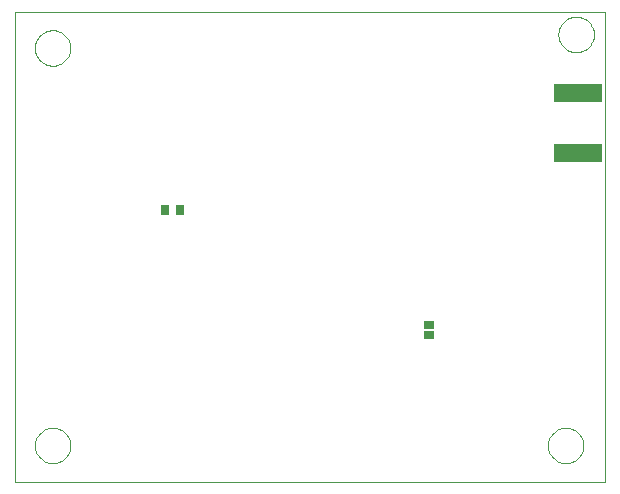
<source format=gbp>
G75*
G70*
%OFA0B0*%
%FSLAX24Y24*%
%IPPOS*%
%LPD*%
%AMOC8*
5,1,8,0,0,1.08239X$1,22.5*
%
%ADD10C,0.0000*%
%ADD11R,0.1600X0.0600*%
%ADD12R,0.0250X0.0370*%
%ADD13R,0.0370X0.0250*%
D10*
X000671Y003960D02*
X020356Y003960D01*
X020356Y019645D01*
X000671Y019645D01*
X000671Y003960D01*
X001343Y005184D02*
X001345Y005232D01*
X001351Y005280D01*
X001361Y005327D01*
X001374Y005373D01*
X001392Y005418D01*
X001412Y005462D01*
X001437Y005504D01*
X001465Y005543D01*
X001495Y005580D01*
X001529Y005614D01*
X001566Y005646D01*
X001604Y005675D01*
X001645Y005700D01*
X001688Y005722D01*
X001733Y005740D01*
X001779Y005754D01*
X001826Y005765D01*
X001874Y005772D01*
X001922Y005775D01*
X001970Y005774D01*
X002018Y005769D01*
X002066Y005760D01*
X002112Y005748D01*
X002157Y005731D01*
X002201Y005711D01*
X002243Y005688D01*
X002283Y005661D01*
X002321Y005631D01*
X002356Y005598D01*
X002388Y005562D01*
X002418Y005524D01*
X002444Y005483D01*
X002466Y005440D01*
X002486Y005396D01*
X002501Y005351D01*
X002513Y005304D01*
X002521Y005256D01*
X002525Y005208D01*
X002525Y005160D01*
X002521Y005112D01*
X002513Y005064D01*
X002501Y005017D01*
X002486Y004972D01*
X002466Y004928D01*
X002444Y004885D01*
X002418Y004844D01*
X002388Y004806D01*
X002356Y004770D01*
X002321Y004737D01*
X002283Y004707D01*
X002243Y004680D01*
X002201Y004657D01*
X002157Y004637D01*
X002112Y004620D01*
X002066Y004608D01*
X002018Y004599D01*
X001970Y004594D01*
X001922Y004593D01*
X001874Y004596D01*
X001826Y004603D01*
X001779Y004614D01*
X001733Y004628D01*
X001688Y004646D01*
X001645Y004668D01*
X001604Y004693D01*
X001566Y004722D01*
X001529Y004754D01*
X001495Y004788D01*
X001465Y004825D01*
X001437Y004864D01*
X001412Y004906D01*
X001392Y004950D01*
X001374Y004995D01*
X001361Y005041D01*
X001351Y005088D01*
X001345Y005136D01*
X001343Y005184D01*
X001343Y018434D02*
X001345Y018482D01*
X001351Y018530D01*
X001361Y018577D01*
X001374Y018623D01*
X001392Y018668D01*
X001412Y018712D01*
X001437Y018754D01*
X001465Y018793D01*
X001495Y018830D01*
X001529Y018864D01*
X001566Y018896D01*
X001604Y018925D01*
X001645Y018950D01*
X001688Y018972D01*
X001733Y018990D01*
X001779Y019004D01*
X001826Y019015D01*
X001874Y019022D01*
X001922Y019025D01*
X001970Y019024D01*
X002018Y019019D01*
X002066Y019010D01*
X002112Y018998D01*
X002157Y018981D01*
X002201Y018961D01*
X002243Y018938D01*
X002283Y018911D01*
X002321Y018881D01*
X002356Y018848D01*
X002388Y018812D01*
X002418Y018774D01*
X002444Y018733D01*
X002466Y018690D01*
X002486Y018646D01*
X002501Y018601D01*
X002513Y018554D01*
X002521Y018506D01*
X002525Y018458D01*
X002525Y018410D01*
X002521Y018362D01*
X002513Y018314D01*
X002501Y018267D01*
X002486Y018222D01*
X002466Y018178D01*
X002444Y018135D01*
X002418Y018094D01*
X002388Y018056D01*
X002356Y018020D01*
X002321Y017987D01*
X002283Y017957D01*
X002243Y017930D01*
X002201Y017907D01*
X002157Y017887D01*
X002112Y017870D01*
X002066Y017858D01*
X002018Y017849D01*
X001970Y017844D01*
X001922Y017843D01*
X001874Y017846D01*
X001826Y017853D01*
X001779Y017864D01*
X001733Y017878D01*
X001688Y017896D01*
X001645Y017918D01*
X001604Y017943D01*
X001566Y017972D01*
X001529Y018004D01*
X001495Y018038D01*
X001465Y018075D01*
X001437Y018114D01*
X001412Y018156D01*
X001392Y018200D01*
X001374Y018245D01*
X001361Y018291D01*
X001351Y018338D01*
X001345Y018386D01*
X001343Y018434D01*
X018443Y005184D02*
X018445Y005232D01*
X018451Y005280D01*
X018461Y005327D01*
X018474Y005373D01*
X018492Y005418D01*
X018512Y005462D01*
X018537Y005504D01*
X018565Y005543D01*
X018595Y005580D01*
X018629Y005614D01*
X018666Y005646D01*
X018704Y005675D01*
X018745Y005700D01*
X018788Y005722D01*
X018833Y005740D01*
X018879Y005754D01*
X018926Y005765D01*
X018974Y005772D01*
X019022Y005775D01*
X019070Y005774D01*
X019118Y005769D01*
X019166Y005760D01*
X019212Y005748D01*
X019257Y005731D01*
X019301Y005711D01*
X019343Y005688D01*
X019383Y005661D01*
X019421Y005631D01*
X019456Y005598D01*
X019488Y005562D01*
X019518Y005524D01*
X019544Y005483D01*
X019566Y005440D01*
X019586Y005396D01*
X019601Y005351D01*
X019613Y005304D01*
X019621Y005256D01*
X019625Y005208D01*
X019625Y005160D01*
X019621Y005112D01*
X019613Y005064D01*
X019601Y005017D01*
X019586Y004972D01*
X019566Y004928D01*
X019544Y004885D01*
X019518Y004844D01*
X019488Y004806D01*
X019456Y004770D01*
X019421Y004737D01*
X019383Y004707D01*
X019343Y004680D01*
X019301Y004657D01*
X019257Y004637D01*
X019212Y004620D01*
X019166Y004608D01*
X019118Y004599D01*
X019070Y004594D01*
X019022Y004593D01*
X018974Y004596D01*
X018926Y004603D01*
X018879Y004614D01*
X018833Y004628D01*
X018788Y004646D01*
X018745Y004668D01*
X018704Y004693D01*
X018666Y004722D01*
X018629Y004754D01*
X018595Y004788D01*
X018565Y004825D01*
X018537Y004864D01*
X018512Y004906D01*
X018492Y004950D01*
X018474Y004995D01*
X018461Y005041D01*
X018451Y005088D01*
X018445Y005136D01*
X018443Y005184D01*
X018793Y018884D02*
X018795Y018932D01*
X018801Y018980D01*
X018811Y019027D01*
X018824Y019073D01*
X018842Y019118D01*
X018862Y019162D01*
X018887Y019204D01*
X018915Y019243D01*
X018945Y019280D01*
X018979Y019314D01*
X019016Y019346D01*
X019054Y019375D01*
X019095Y019400D01*
X019138Y019422D01*
X019183Y019440D01*
X019229Y019454D01*
X019276Y019465D01*
X019324Y019472D01*
X019372Y019475D01*
X019420Y019474D01*
X019468Y019469D01*
X019516Y019460D01*
X019562Y019448D01*
X019607Y019431D01*
X019651Y019411D01*
X019693Y019388D01*
X019733Y019361D01*
X019771Y019331D01*
X019806Y019298D01*
X019838Y019262D01*
X019868Y019224D01*
X019894Y019183D01*
X019916Y019140D01*
X019936Y019096D01*
X019951Y019051D01*
X019963Y019004D01*
X019971Y018956D01*
X019975Y018908D01*
X019975Y018860D01*
X019971Y018812D01*
X019963Y018764D01*
X019951Y018717D01*
X019936Y018672D01*
X019916Y018628D01*
X019894Y018585D01*
X019868Y018544D01*
X019838Y018506D01*
X019806Y018470D01*
X019771Y018437D01*
X019733Y018407D01*
X019693Y018380D01*
X019651Y018357D01*
X019607Y018337D01*
X019562Y018320D01*
X019516Y018308D01*
X019468Y018299D01*
X019420Y018294D01*
X019372Y018293D01*
X019324Y018296D01*
X019276Y018303D01*
X019229Y018314D01*
X019183Y018328D01*
X019138Y018346D01*
X019095Y018368D01*
X019054Y018393D01*
X019016Y018422D01*
X018979Y018454D01*
X018945Y018488D01*
X018915Y018525D01*
X018887Y018564D01*
X018862Y018606D01*
X018842Y018650D01*
X018824Y018695D01*
X018811Y018741D01*
X018801Y018788D01*
X018795Y018836D01*
X018793Y018884D01*
D11*
X019434Y016944D03*
X019434Y014944D03*
D12*
X006184Y013034D03*
X005684Y013034D03*
D13*
X014484Y009204D03*
X014484Y008873D03*
M02*

</source>
